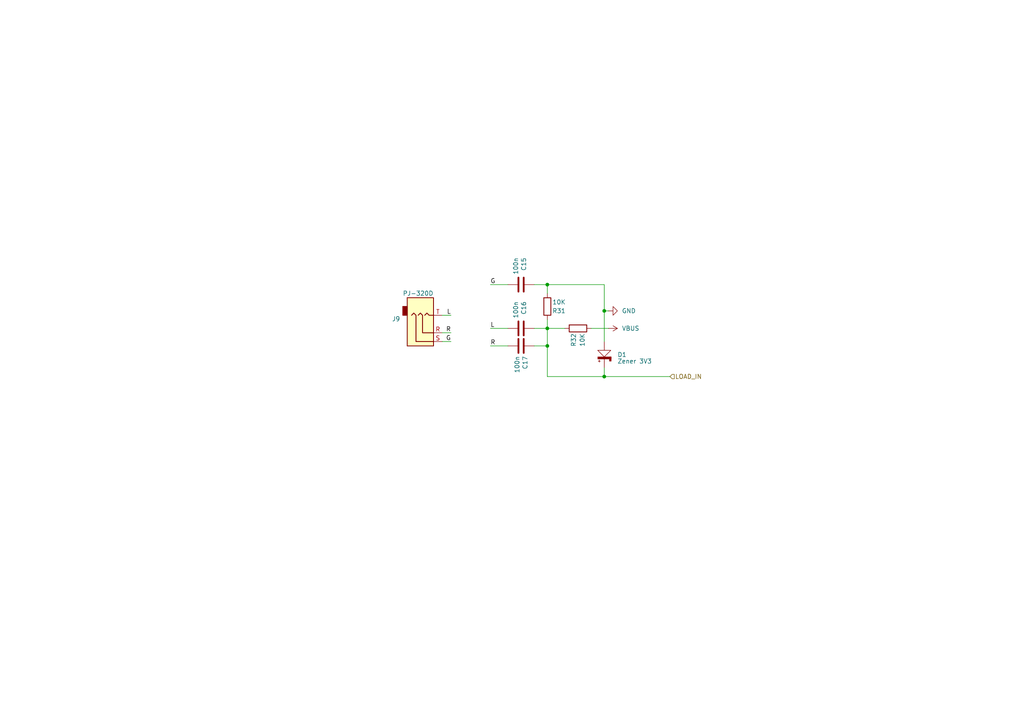
<source format=kicad_sch>
(kicad_sch (version 20250114) (generator "eeschema") (generator_version "9.0")
  (paper "A4")
  (title_block (title "${NAME}") (date "2025-04-24") (rev "${VERSION}") (company "Mikhail Matveev") (comment 1 "https://github.com/xtremespb/frank"))
  (lib_symbols
    (symbol "Device:C" (pin_numbers (hide yes)) (pin_names (offset 0.254))
      (property "Reference" "C" (at 0.635 2.54 0))
      (property "Value" "C" (at 0.635 -2.54 0))
      (symbol "C_0_1"
        (polyline (pts (xy -2.032 0.762) (xy 2.032 0.762)) (stroke (width 0.508)))
        (polyline (pts (xy -2.032 -0.762) (xy 2.032 -0.762)) (stroke (width 0.508)))
      )
      (symbol "C_1_1"
        (pin passive line (at 0 3.81 270) (length 2.794) (name "~") (number "1"))
        (pin passive line (at 0 -3.81 90) (length 2.794) (name "~") (number "2"))
      )
    )
    (symbol "Device:R" (pin_numbers (hide yes)) (pin_names (offset 0))
      (property "Reference" "R" (at 2.032 0 90))
      (property "Value" "R" (at 0 0 90))
      (symbol "R_0_1"
        (rectangle (start -1.016 -2.54) (end 1.016 2.54) (stroke (width 0.254)))
      )
      (symbol "R_1_1"
        (pin passive line (at 0 3.81 270) (length 1.27) (name "~") (number "1"))
        (pin passive line (at 0 -3.81 90) (length 1.27) (name "~") (number "2"))
      )
    )
    (symbol "FRANK:AudioJack_3.5mm"
      (property "Reference" "AJ2" (at -7.1119 -4.0097 0))
      (symbol "AudioJack_3.5mm_0_1"
        (rectangle (start -5.08 -5.08) (end -6.35 -7.62) (stroke (width 0.254)) (fill (type outline)))
        (polyline (pts (xy -1.905 -5.08) (xy -1.27 -5.715) (xy -0.635 -5.08) (xy -0.635 0) (xy 2.54 0)) (stroke (width 0.254)))
        (polyline (pts (xy 0 -5.08) (xy 0.635 -5.715) (xy 1.27 -5.08) (xy 2.54 -5.08)) (stroke (width 0.254)))
        (rectangle (start 2.54 3.81) (end -5.08 -10.16) (stroke (width 0.254)) (fill (type background)))
        (polyline (pts (xy 2.54 2.54) (xy -2.54 2.54) (xy -2.54 -5.08) (xy -3.175 -5.715) (xy -3.81 -5.08)) (stroke (width 0.254)))
      )
      (symbol "AudioJack_3.5mm_1_1"
        (pin passive line (at 5.08 2.54 180) (length 2.54) (name "~") (number "S"))
        (pin passive line (at 5.08 0 180) (length 2.54) (name "~") (number "R"))
        (pin passive line (at 5.08 -5.08 180) (length 2.54) (name "~") (number "T"))
      )
    )
    (symbol "PCM_Nuova-Elettronica-Diodes:Zener" (pin_numbers (hide yes)) (pin_names (hide yes))
      (property "Reference" "DZ" (at 0 4.826 0))
      (symbol "Zener_1_1"
        (polyline (pts (xy -2.54 0) (xy -1.27 0)))
        (rectangle (start -1.8923 -1.4986) (end -0.6523 -2.0286) (stroke (width 0.01)) (fill (type outline)))
        (rectangle (start -1.27 1.8923) (end -0.635 -1.9939) (stroke (width 0.01)) (fill (type outline)))
        (polyline (pts (xy -0.635 0) (xy 1.27 1.905) (xy 1.27 -1.905) (xy -0.635 0)))
        (text "+" (at -1.875 1.5 0) (effects (font (size 0.8 0.8))))
        (pin passive line (at -3.81 0 0) (length 2.54) (name "~") (number "1"))
        (pin passive line (at 3.81 0 180) (length 2.54) (name "~") (number "2"))
      )
    )
    (symbol "power:GND" (power) (pin_numbers (hide yes)) (pin_names (offset 0) (hide yes))
      (property "Value" "GND" (at 0 -3.81 0))
      (symbol "GND_0_1"
        (polyline (pts (xy 0 0) (xy 0 -1.27) (xy 1.27 -1.27) (xy 0 -2.54) (xy -1.27 -1.27) (xy 0 -1.27)))
      )
      (symbol "GND_1_1"
        (pin power_in line (at 0 0 270) (length 0) (name "~") (number "1"))
      )
    )
    (symbol "power:VBUS" (power) (pin_numbers (hide yes)) (pin_names (offset 0) (hide yes))
      (property "Value" "VBUS" (at 0 3.556 0))
      (symbol "VBUS_0_1"
        (polyline (pts (xy -0.762 1.27) (xy 0 2.54)))
        (polyline (pts (xy 0 2.54) (xy 0.762 1.27)))
        (polyline (pts (xy 0 0) (xy 0 2.54)))
      )
      (symbol "VBUS_1_1"
        (pin power_in line (at 0 0 90) (length 0) (name "~") (number "1"))
      )
    )
  )
  (junction (at 175.26 90.17))
  (junction (at 175.26 109.22))
  (junction (at 158.75 100.33))
  (junction (at 158.75 82.55))
  (junction (at 158.75 95.25))
  (wire (pts (xy 128.27 96.52) (xy 130.81 96.52)))
  (wire (pts (xy 175.26 109.22) (xy 194.31 109.22)))
  (wire (pts (xy 158.75 100.33) (xy 158.75 109.22)))
  (wire (pts (xy 154.94 82.55) (xy 158.75 82.55)))
  (wire (pts (xy 158.75 109.22) (xy 175.26 109.22)))
  (wire (pts (xy 158.75 92.71) (xy 158.75 95.25)))
  (wire (pts (xy 128.27 99.06) (xy 130.81 99.06)))
  (wire (pts (xy 128.27 91.44) (xy 130.81 91.44)))
  (wire (pts (xy 175.26 90.17) (xy 175.26 82.55)))
  (wire (pts (xy 158.75 95.25) (xy 158.75 100.33)))
  (wire (pts (xy 142.24 100.33) (xy 147.32 100.33)))
  (wire (pts (xy 171.45 95.25) (xy 176.53 95.25)))
  (wire (pts (xy 154.94 95.25) (xy 158.75 95.25)))
  (wire (pts (xy 175.26 90.17) (xy 176.53 90.17)))
  (wire (pts (xy 154.94 100.33) (xy 158.75 100.33)))
  (wire (pts (xy 142.24 82.55) (xy 147.32 82.55)))
  (wire (pts (xy 158.75 82.55) (xy 175.26 82.55)))
  (wire (pts (xy 175.26 109.22) (xy 175.26 106.68)))
  (wire (pts (xy 142.24 95.25) (xy 147.32 95.25)))
  (wire (pts (xy 158.75 95.25) (xy 163.83 95.25)))
  (wire (pts (xy 175.26 99.06) (xy 175.26 90.17)))
  (wire (pts (xy 158.75 82.55) (xy 158.75 85.09)))
  (label "R" (at 130.81 96.52 180))
  (label "R" (at 142.24 100.33 0))
  (label "L" (at 130.81 91.44 180))
  (label "L" (at 142.24 95.25 0))
  (label "G" (at 130.81 99.06 180))
  (label "G" (at 142.24 82.55 0))
  (hierarchical_label "LOAD_IN" (shape input) (at 194.31 109.22 0))
  (symbol (lib_id "Device:C") (at 151.13 100.33 270) (unit 1)
    (property "Reference" "C17" (at 152.2984 103.251 0) (effects (justify left)))
    (property "Value" "100n" (at 149.987 103.251 0) (effects (justify left)))
    (property "Footprint" "FRANK:Capacitor (0805)" (effects (hide yes)))
    (property "Datasheet" "https://eu.mouser.com/datasheet/2/40/KGM_X7R-3223212.pdf" (effects (hide yes)))
    (property "AliExpress" "https://www.aliexpress.com/item/33008008276.html" (effects (hide yes)))
  )
  (symbol (lib_id "power:VBUS") (at 176.53 95.25 270) (unit 1)
    (property "Reference" "#PWR058" (effects (hide yes)))
    (property "Value" "VBUS" (at 180.34 95.2499 90) (effects (justify left)))
    (property "Description" "Power symbol creates a global label with name \"VBUS\"" (effects (hide yes)))
  )
  (symbol (lib_id "FRANK:AudioJack_3.5mm") (at 123.19 96.52 0) (mirror x) (unit 1)
    (property "Reference" "J9" (at 116.0781 92.5103 0) (effects (justify right)))
    (property "Value" "PJ-320D" (at 125.73 85.09 0) (effects (justify right)))
    (property "Footprint" "FRANK:Jack (3.5mm, PJ-320D)" (effects (hide yes)))
    (property "Datasheet" "https://www.lcsc.com/datasheet/lcsc_datasheet_1810121716_Korean-Hroparts-Elec-PJ-320D-4A_C95562.pdf" (effects (hide yes)))
    (property "AliExpress" "https://www.aliexpress.com/item/4001158231104.html" (effects (hide yes)))
    (property "LCSC" "C95562" (effects (hide yes)))
  )
  (symbol (lib_id "Device:C") (at 151.13 95.25 270) (unit 1)
    (property "Reference" "C16" (at 151.9174 87.376 0) (effects (justify left)))
    (property "Value" "100n" (at 149.606 87.376 0) (effects (justify left)))
    (property "Footprint" "FRANK:Capacitor (0805)" (effects (hide yes)))
    (property "Datasheet" "https://eu.mouser.com/datasheet/2/40/KGM_X7R-3223212.pdf" (effects (hide yes)))
    (property "AliExpress" "https://www.aliexpress.com/item/33008008276.html" (effects (hide yes)))
  )
  (symbol (lib_id "Device:C") (at 151.13 82.55 270) (unit 1)
    (property "Reference" "C15" (at 151.9174 74.676 0) (effects (justify left)))
    (property "Value" "100n" (at 149.606 74.676 0) (effects (justify left)))
    (property "Footprint" "FRANK:Capacitor (0805)" (effects (hide yes)))
    (property "Datasheet" "https://eu.mouser.com/datasheet/2/40/KGM_X7R-3223212.pdf" (effects (hide yes)))
    (property "AliExpress" "https://www.aliexpress.com/item/33008008276.html" (effects (hide yes)))
  )
  (symbol (lib_id "PCM_Nuova-Elettronica-Diodes:Zener") (at 175.26 102.87 90) (unit 1)
    (property "Reference" "D1" (at 179.07 102.8699 90) (effects (justify right)))
    (property "Value" "Zener 3V3" (at 179.07 104.775 90) (effects (justify right)))
    (property "Footprint" "FRANK:Diode (0805)" (effects (hide yes)))
  )
  (symbol (lib_id "Device:R") (at 158.75 88.9 180) (unit 1)
    (property "Reference" "R31" (at 164.084 90.17 0) (effects (justify left)))
    (property "Value" "10K" (at 164.084 87.63 0) (effects (justify left)))
    (property "Footprint" "FRANK:Resistor (0805)" (effects (hide yes)))
    (property "Datasheet" "https://www.vishay.com/docs/28952/mcs0402at-mct0603at-mcu0805at-mca1206at.pdf" (effects (hide yes)))
    (property "AliExpress" "https://www.aliexpress.com/item/1005005945735199.html" (effects (hide yes)))
  )
  (symbol (lib_id "Device:R") (at 167.64 95.25 90) (unit 1)
    (property "Reference" "R32" (at 166.37 100.584 0) (effects (justify left)))
    (property "Value" "10K" (at 168.91 100.584 0) (effects (justify left)))
    (property "Footprint" "FRANK:Resistor (0805)" (effects (hide yes)))
    (property "Datasheet" "https://www.vishay.com/docs/28952/mcs0402at-mct0603at-mcu0805at-mca1206at.pdf" (effects (hide yes)))
    (property "AliExpress" "https://www.aliexpress.com/item/1005005945735199.html" (effects (hide yes)))
  )
  (symbol (lib_id "power:GND") (at 176.53 90.17 90) (unit 1)
    (property "Reference" "#PWR057" (effects (hide yes)))
    (property "Value" "GND" (at 180.34 90.1699 90) (effects (justify right)))
    (property "Description" "Power symbol creates a global label with name \"GND\" , ground" (effects (hide yes)))
  )
)
</source>
